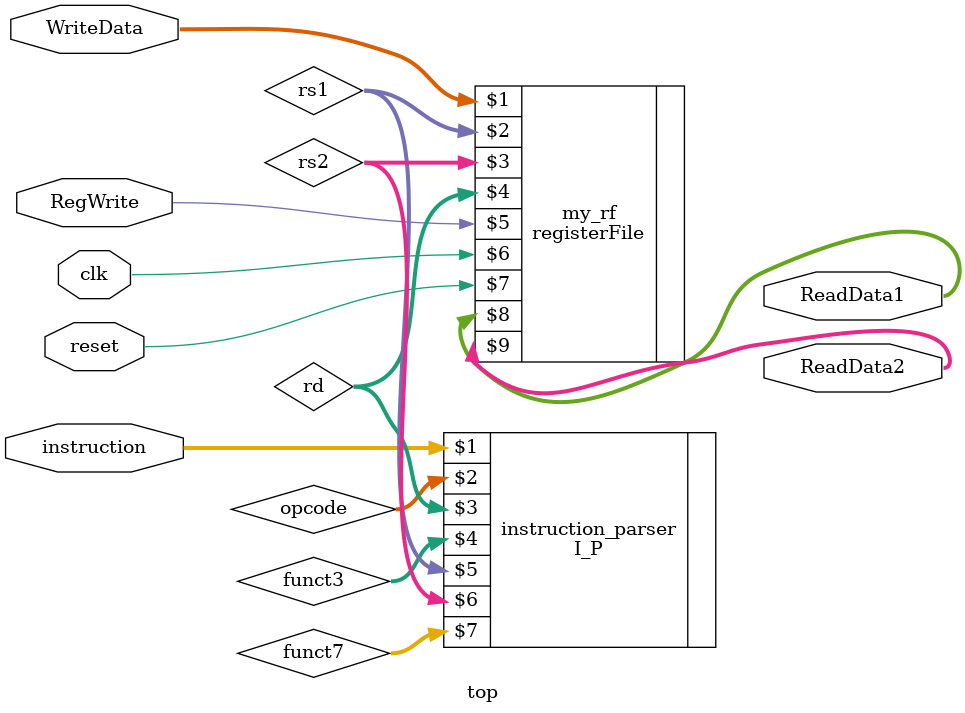
<source format=v>
module top
(
input [63:0] WriteData,
input RegWrite,
input clk,
input reset,
input [31:0] instruction,
output [63:0] ReadData1,
output [63:0] ReadData2
);

wire [6:0] opcode;
wire [4:0] rd;
wire [2:0] funct3;
wire [4:0] rs1;
wire [4:0] rs2;
wire [6:0] funct7;

I_P instruction_parser(instruction,opcode,rd,funct3,rs1,rs2,funct7);

registerFile my_rf(WriteData,rs1,rs2,rd,RegWrite,clk,reset,ReadData1,ReadData2);

endmodule





</source>
